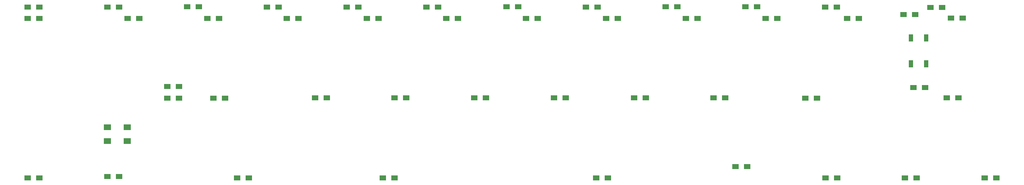
<source format=gbr>
G04 #@! TF.GenerationSoftware,KiCad,Pcbnew,(5.1.4-0-10_14)*
G04 #@! TF.CreationDate,2020-06-13T19:46:11-07:00*
G04 #@! TF.ProjectId,TG4xhotswap,54473478-686f-4747-9377-61702e6b6963,rev?*
G04 #@! TF.SameCoordinates,Original*
G04 #@! TF.FileFunction,Paste,Top*
G04 #@! TF.FilePolarity,Positive*
%FSLAX46Y46*%
G04 Gerber Fmt 4.6, Leading zero omitted, Abs format (unit mm)*
G04 Created by KiCad (PCBNEW (5.1.4-0-10_14)) date 2020-06-13 19:46:11*
%MOMM*%
%LPD*%
G04 APERTURE LIST*
%ADD10R,1.100000X1.800000*%
%ADD11R,1.800000X1.400000*%
%ADD12R,1.600000X1.200000*%
G04 APERTURE END LIST*
D10*
X234490000Y-36660000D03*
X234490000Y-42860000D03*
X230790000Y-36660000D03*
X230790000Y-42860000D03*
D11*
X43636900Y-61251100D03*
X43636900Y-57951100D03*
X38836900Y-57951100D03*
X38836900Y-61251100D03*
D12*
X19847100Y-29298900D03*
X22647100Y-29298900D03*
X38884400Y-29260800D03*
X41684400Y-29260800D03*
X57934400Y-29222700D03*
X60734400Y-29222700D03*
X76984400Y-29248100D03*
X79784400Y-29248100D03*
X96009000Y-29248100D03*
X98809000Y-29248100D03*
X115084400Y-29248100D03*
X117884400Y-29248100D03*
X134185200Y-29222700D03*
X136985200Y-29222700D03*
X153197100Y-29260800D03*
X155997100Y-29260800D03*
X172259800Y-29222700D03*
X175059800Y-29222700D03*
X191297100Y-29222700D03*
X194097100Y-29222700D03*
X210347100Y-29260800D03*
X213147100Y-29260800D03*
X235442300Y-29337000D03*
X238242300Y-29337000D03*
X243195300Y-31902400D03*
X240395300Y-31902400D03*
X19859800Y-31965900D03*
X22659800Y-31965900D03*
X43659600Y-32016700D03*
X46459600Y-32016700D03*
X62709600Y-31978600D03*
X65509600Y-31978600D03*
X81746900Y-31991300D03*
X84546900Y-31991300D03*
X100847700Y-32016700D03*
X103647700Y-32016700D03*
X119846900Y-32016700D03*
X122646900Y-32016700D03*
X138896900Y-32004000D03*
X141696900Y-32004000D03*
X157972300Y-31978600D03*
X160772300Y-31978600D03*
X177009600Y-31991300D03*
X179809600Y-31991300D03*
X196085000Y-31978600D03*
X198885000Y-31978600D03*
X215541400Y-32029400D03*
X218341400Y-32029400D03*
X231800000Y-31080000D03*
X229000000Y-31080000D03*
X53171900Y-48285400D03*
X55971900Y-48285400D03*
X53184600Y-51015900D03*
X55984600Y-51015900D03*
X67011200Y-51003200D03*
X64211200Y-51003200D03*
X91265200Y-50927000D03*
X88465200Y-50927000D03*
X110289800Y-50914300D03*
X107489800Y-50914300D03*
X129327100Y-50914300D03*
X126527100Y-50914300D03*
X148377100Y-50965100D03*
X145577100Y-50965100D03*
X167452500Y-50927000D03*
X164652500Y-50927000D03*
X186451700Y-50939700D03*
X183651700Y-50939700D03*
X208371900Y-51015900D03*
X205571900Y-51015900D03*
X231416400Y-48463200D03*
X234216400Y-48463200D03*
X239328500Y-50914300D03*
X242128500Y-50914300D03*
X19847100Y-70091300D03*
X22647100Y-70091300D03*
X38909800Y-69761100D03*
X41709800Y-69761100D03*
X69834300Y-70104000D03*
X72634300Y-70104000D03*
X104645000Y-70129400D03*
X107445000Y-70129400D03*
X155597400Y-70104000D03*
X158397400Y-70104000D03*
X188896800Y-67398900D03*
X191696800Y-67398900D03*
X210372500Y-70104000D03*
X213172500Y-70104000D03*
X229374700Y-70091300D03*
X232174700Y-70091300D03*
X248447100Y-70104000D03*
X251247100Y-70104000D03*
M02*

</source>
